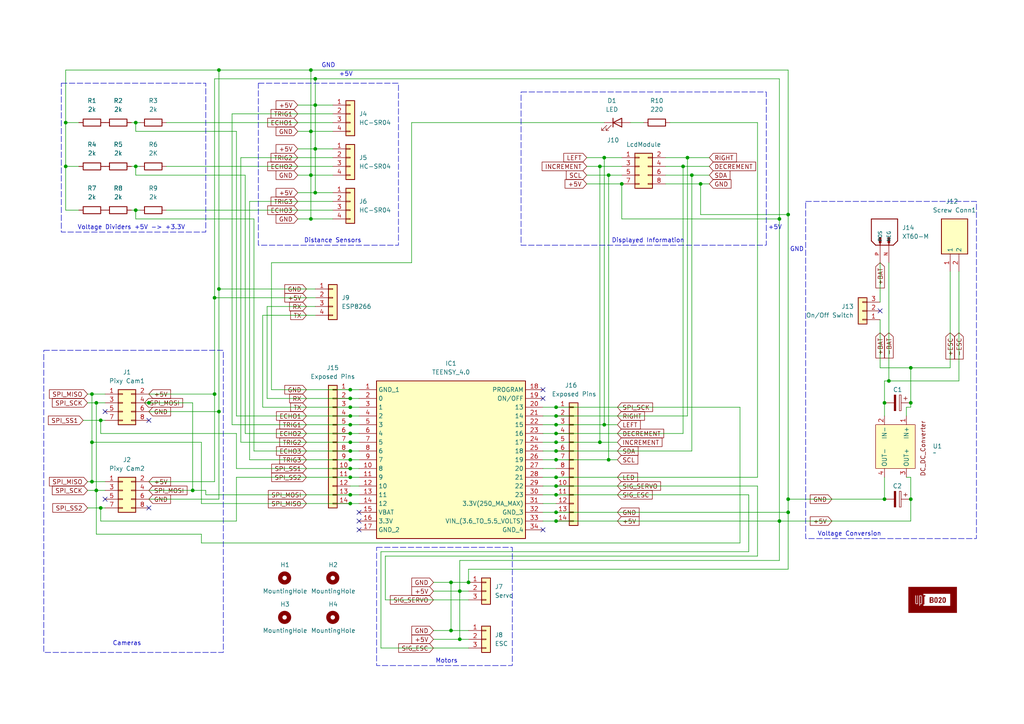
<source format=kicad_sch>
(kicad_sch (version 20231120) (generator "eeschema") (generator_version "8.0")
  (paper "A4")
  (title_block (title "NXP_CUP") (date "2024-04-22") (rev "v1") (company "UPT B020"))
  (lib_symbols
    (symbol "Connector_Generic:Conn_01x03" (pin_names (offset 1.016) hide)
      (property "Reference" "J" (at 0 5.08 0))
      (property "Value" "Conn_01x03" (at 0 -5.08 0))
      (symbol "Conn_01x03_1_1"
        (pin passive line (at -5.08 2.54 0) (length 3.81) (name "Pin_1") (number "1"))
        (pin passive line (at -5.08 0 0) (length 3.81) (name "Pin_2") (number "2"))
        (pin passive line (at -5.08 -2.54 0) (length 3.81) (name "Pin_3") (number "3"))
      )
    )
    (symbol "Connector_Generic:Conn_01x04" (pin_names (offset 1.016) hide)
      (property "Reference" "J" (at 0 5.08 0))
      (property "Value" "Conn_01x04" (at 0 -7.62 0))
      (symbol "Conn_01x04_1_1"
        (pin passive line (at -5.08 2.54 0) (length 3.81) (name "Pin_1") (number "1"))
        (pin passive line (at -5.08 0 0) (length 3.81) (name "Pin_2") (number "2"))
        (pin passive line (at -5.08 -2.54 0) (length 3.81) (name "Pin_3") (number "3"))
        (pin passive line (at -5.08 -5.08 0) (length 3.81) (name "Pin_4") (number "4"))
      )
    )
    (symbol "Connector_Generic:Conn_01x14" (pin_names (offset 1.016) hide)
      (property "Reference" "J" (at 0 17.78 0))
      (property "Value" "Conn_01x14" (at 0 -20.32 0))
      (symbol "Conn_01x14_1_1"
        (pin passive line (at -5.08 15.24 0) (length 3.81) (name "Pin_1") (number "1"))
        (pin passive line (at -5.08 -7.62 0) (length 3.81) (name "Pin_10") (number "10"))
        (pin passive line (at -5.08 -10.16 0) (length 3.81) (name "Pin_11") (number "11"))
        (pin passive line (at -5.08 -12.7 0) (length 3.81) (name "Pin_12") (number "12"))
        (pin passive line (at -5.08 -15.24 0) (length 3.81) (name "Pin_13") (number "13"))
        (pin passive line (at -5.08 -17.78 0) (length 3.81) (name "Pin_14") (number "14"))
        (pin passive line (at -5.08 12.7 0) (length 3.81) (name "Pin_2") (number "2"))
        (pin passive line (at -5.08 10.16 0) (length 3.81) (name "Pin_3") (number "3"))
        (pin passive line (at -5.08 7.62 0) (length 3.81) (name "Pin_4") (number "4"))
        (pin passive line (at -5.08 5.08 0) (length 3.81) (name "Pin_5") (number "5"))
        (pin passive line (at -5.08 2.54 0) (length 3.81) (name "Pin_6") (number "6"))
        (pin passive line (at -5.08 0 0) (length 3.81) (name "Pin_7") (number "7"))
        (pin passive line (at -5.08 -2.54 0) (length 3.81) (name "Pin_8") (number "8"))
        (pin passive line (at -5.08 -5.08 0) (length 3.81) (name "Pin_9") (number "9"))
      )
    )
    (symbol "Connector_Generic:Conn_02x04_Odd_Even" (pin_names (offset 1.016) hide)
      (property "Reference" "J" (at 1.27 5.08 0))
      (property "Value" "Conn_02x04_Odd_Even" (at 1.27 -7.62 0))
      (symbol "Conn_02x04_Odd_Even_1_1"
        (pin passive line (at -5.08 2.54 0) (length 3.81) (name "Pin_1") (number "1"))
        (pin passive line (at 7.62 2.54 180) (length 3.81) (name "Pin_2") (number "2"))
        (pin passive line (at -5.08 0 0) (length 3.81) (name "Pin_3") (number "3"))
        (pin passive line (at 7.62 0 180) (length 3.81) (name "Pin_4") (number "4"))
        (pin passive line (at -5.08 -2.54 0) (length 3.81) (name "Pin_5") (number "5"))
        (pin passive line (at 7.62 -2.54 180) (length 3.81) (name "Pin_6") (number "6"))
        (pin passive line (at -5.08 -5.08 0) (length 3.81) (name "Pin_7") (number "7"))
        (pin passive line (at 7.62 -5.08 180) (length 3.81) (name "Pin_8") (number "8"))
      )
    )
    (symbol "DC_DC_LX6009:StepUp/StepDown_LX6009"
      (property "Reference" "U" (at 0 10.414 0))
      (symbol "StepUp/StepDown_LX6009_1_1"
        (text "DC_DC_Converter\n" (at 0.508 7.366 0) (effects (font (size 1.27 1.27))))
        (pin input line (at -8.89 2.54 0) (length 2.54) (name "IN+") (number "1"))
        (pin input line (at -8.89 -3.81 0) (length 2.54) (name "IN-") (number "2"))
        (pin output line (at 8.89 2.54 180) (length 2.54) (name "OUT+") (number "3"))
        (pin output line (at 8.89 -3.81 180) (length 2.54) (name "OUT-") (number "4"))
      )
    )
    (symbol "Device:C_Polarized" (pin_numbers hide) (pin_names (offset 0.254))
      (property "Reference" "C" (at 0.635 2.54 0))
      (property "Value" "C_Polarized" (at 0.635 -2.54 0))
      (symbol "C_Polarized_1_1"
        (pin passive line (at 0 3.81 270) (length 2.794) (name "~") (number "1"))
        (pin passive line (at 0 -3.81 90) (length 2.794) (name "~") (number "2"))
      )
    )
    (symbol "Device:LED" (pin_numbers hide) (pin_names (offset 1.016) hide)
      (property "Reference" "D" (at 0 2.54 0))
      (property "Value" "LED" (at 0 -2.54 0))
      (symbol "LED_1_1"
        (pin passive line (at -3.81 0 0) (length 2.54) (name "K") (number "1"))
        (pin passive line (at 3.81 0 180) (length 2.54) (name "A") (number "2"))
      )
    )
    (symbol "Device:R" (pin_numbers hide) (pin_names (offset 0))
      (property "Reference" "R" (at 2.032 0 90))
      (property "Value" "R" (at 0 0 90))
      (symbol "R_1_1"
        (pin passive line (at 0 3.81 270) (length 1.27) (name "~") (number "1"))
        (pin passive line (at 0 -3.81 90) (length 1.27) (name "~") (number "2"))
      )
    )
    (symbol "KF301-2P:KF301-2P"
      (property "Reference" "J" (at 16.51 7.62 0))
      (property "Value" "KF301-2P" (at 16.51 5.08 0))
      (symbol "KF301-2P_1_1"
        (pin passive line (at 0 0 0) (length 5.08) (name "1") (number "1"))
        (pin passive line (at 0 -2.54 0) (length 5.08) (name "2") (number "2"))
      )
    )
    (symbol "Mechanical:MountingHole" (pin_names (offset 1.016)) (exclude_from_sim yes) (in_bom no)
      (property "Reference" "H" (at 0 5.08 0))
      (property "Value" "MountingHole" (at 0 3.175 0))
    )
    (symbol "TEENSY_4_0:TEENSY_4.0"
      (property "Reference" "IC" (at 49.53 7.62 0))
      (property "Value" "TEENSY_4.0" (at 49.53 5.08 0))
      (symbol "TEENSY_4.0_1_1"
        (pin passive line (at 0 0 0) (length 5.08) (name "GND_1") (number "1"))
        (pin passive line (at 0 -22.86 0) (length 5.08) (name "8") (number "10"))
        (pin passive line (at 0 -25.4 0) (length 5.08) (name "9") (number "11"))
        (pin passive line (at 0 -27.94 0) (length 5.08) (name "10") (number "12"))
        (pin passive line (at 0 -30.48 0) (length 5.08) (name "11") (number "13"))
        (pin passive line (at 0 -33.02 0) (length 5.08) (name "12") (number "14"))
        (pin passive line (at 0 -35.56 0) (length 5.08) (name "VBAT") (number "15"))
        (pin passive line (at 0 -38.1 0) (length 5.08) (name "3.3V") (number "16"))
        (pin passive line (at 0 -40.64 0) (length 5.08) (name "GND_2") (number "17"))
        (pin passive line (at 53.34 0 180) (length 5.08) (name "PROGRAM") (number "18"))
        (pin passive line (at 53.34 -2.54 180) (length 5.08) (name "ON/OFF") (number "19"))
        (pin passive line (at 0 -2.54 0) (length 5.08) (name "0") (number "2"))
        (pin passive line (at 53.34 -5.08 180) (length 5.08) (name "13") (number "20"))
        (pin passive line (at 53.34 -7.62 180) (length 5.08) (name "14") (number "21"))
        (pin passive line (at 53.34 -10.16 180) (length 5.08) (name "15") (number "22"))
        (pin passive line (at 53.34 -12.7 180) (length 5.08) (name "16") (number "23"))
        (pin passive line (at 53.34 -15.24 180) (length 5.08) (name "17") (number "24"))
        (pin passive line (at 53.34 -17.78 180) (length 5.08) (name "18") (number "25"))
        (pin passive line (at 53.34 -20.32 180) (length 5.08) (name "19") (number "26"))
        (pin passive line (at 53.34 -22.86 180) (length 5.08) (name "20") (number "27"))
        (pin passive line (at 53.34 -25.4 180) (length 5.08) (name "21") (number "28"))
        (pin passive line (at 53.34 -27.94 180) (length 5.08) (name "22") (number "29"))
        (pin passive line (at 0 -5.08 0) (length 5.08) (name "1") (number "3"))
        (pin passive line (at 53.34 -30.48 180) (length 5.08) (name "23") (number "30"))
        (pin passive line (at 53.34 -33.02 180) (length 5.08) (name "3.3V(250_MA_MAX)") (number "31"))
        (pin passive line (at 53.34 -35.56 180) (length 5.08) (name "GND_3") (number "32"))
        (pin passive line (at 53.34 -38.1 180) (length 5.08) (name "VIN_(3.6_TO_5.5_VOLTS)") (number "33"))
        (pin passive line (at 53.34 -40.64 180) (length 5.08) (name "GND_4") (number "34"))
        (pin passive line (at 0 -7.62 0) (length 5.08) (name "2") (number "4"))
        (pin passive line (at 0 -10.16 0) (length 5.08) (name "3") (number "5"))
        (pin passive line (at 0 -12.7 0) (length 5.08) (name "4") (number "6"))
        (pin passive line (at 0 -15.24 0) (length 5.08) (name "5") (number "7"))
        (pin passive line (at 0 -17.78 0) (length 5.08) (name "6") (number "8"))
        (pin passive line (at 0 -20.32 0) (length 5.08) (name "7") (number "9"))
      )
    )
    (symbol "UPT_Logo:LOGO" (pin_names (offset 1.016)))
    (symbol "XT60-M:XT60-M" (pin_names (offset 1.016))
      (property "Reference" "J" (at 0 6.35 0))
      (property "Value" "XT60-M" (at 0 -5.08 0))
      (symbol "XT60-M_0_0"
        (pin passive line (at -5.08 0 0) (length 5.08) (name "NEG") (number "N"))
        (pin passive line (at -5.08 2.54 0) (length 5.08) (name "POS") (number "P"))
      )
    )
  )
  (junction (at 55.88 142.24))
  (junction (at 62.23 86.36))
  (junction (at 173.99 128.27))
  (junction (at 175.26 45.72))
  (junction (at 130.81 168.91))
  (junction (at 264.16 116.84))
  (junction (at 39.37 35.56))
  (junction (at 101.6 146.05))
  (junction (at 161.29 118.11))
  (junction (at 63.5 83.82))
  (junction (at 161.29 151.13))
  (junction (at 200.66 50.8))
  (junction (at 161.29 148.59))
  (junction (at 91.44 22.86))
  (junction (at 176.53 133.35))
  (junction (at 161.29 120.65))
  (junction (at 161.29 123.19))
  (junction (at 101.6 123.19))
  (junction (at 62.23 114.3))
  (junction (at 101.6 120.65))
  (junction (at 161.29 128.27))
  (junction (at 130.81 182.88))
  (junction (at 228.6 144.78))
  (junction (at 176.53 50.8))
  (junction (at 101.6 138.43))
  (junction (at 161.29 133.35))
  (junction (at 173.99 48.26))
  (junction (at 101.6 113.03))
  (junction (at 161.29 140.97))
  (junction (at 27.94 142.24))
  (junction (at 101.6 128.27))
  (junction (at 101.6 143.51))
  (junction (at 39.37 48.26))
  (junction (at 264.16 106.68))
  (junction (at 26.67 139.7))
  (junction (at 29.21 147.32))
  (junction (at 133.35 171.45))
  (junction (at 228.6 62.23))
  (junction (at 161.29 125.73))
  (junction (at 161.29 138.43))
  (junction (at 19.05 48.26))
  (junction (at 175.26 123.19))
  (junction (at 26.67 128.27))
  (junction (at 91.44 55.88))
  (junction (at 226.06 151.13))
  (junction (at 257.81 110.49))
  (junction (at 26.67 114.3))
  (junction (at 198.12 48.26))
  (junction (at 101.6 118.11))
  (junction (at 39.37 60.96))
  (junction (at 43.18 116.84))
  (junction (at 29.21 121.92))
  (junction (at 91.44 43.18))
  (junction (at 161.29 143.51))
  (junction (at 90.17 38.1))
  (junction (at 228.6 148.59))
  (junction (at 135.89 168.91))
  (junction (at 90.17 50.8))
  (junction (at 180.34 53.34))
  (junction (at 101.6 115.57))
  (junction (at 101.6 133.35))
  (junction (at 63.5 20.32))
  (junction (at 90.17 63.5))
  (junction (at 133.35 185.42))
  (junction (at 91.44 30.48))
  (junction (at 203.2 53.34))
  (junction (at 256.54 116.84))
  (junction (at 101.6 135.89))
  (junction (at 101.6 125.73))
  (junction (at 226.06 63.5))
  (junction (at 63.5 119.38))
  (junction (at 19.05 35.56))
  (junction (at 27.94 116.84))
  (junction (at 161.29 130.81))
  (junction (at 256.54 144.78))
  (junction (at 101.6 130.81))
  (junction (at 264.16 144.78))
  (junction (at 199.39 45.72))
  (junction (at 90.17 20.32))
  (no_connect (at 157.48 113.03))
  (no_connect (at 157.48 153.67))
  (no_connect (at 157.48 115.57))
  (no_connect (at 104.14 151.13))
  (no_connect (at 43.18 147.32))
  (no_connect (at 104.14 148.59))
  (no_connect (at 104.14 153.67))
  (no_connect (at 255.27 90.17))
  (no_connect (at 43.18 121.92))
  (no_connect (at 30.48 144.78))
  (no_connect (at 30.48 119.38))
  (wire (pts (xy 104.14 140.97) (xy 101.6 140.97)))
  (wire (pts (xy 29.21 147.32) (xy 30.48 147.32)))
  (wire (pts (xy 256.54 110.49) (xy 256.54 116.84)))
  (wire (pts (xy 176.53 133.35) (xy 161.29 133.35)))
  (wire (pts (xy 39.37 63.5) (xy 73.66 63.5)))
  (wire (pts (xy 25.4 147.32) (xy 29.21 147.32)))
  (wire (pts (xy 76.2 118.11) (xy 101.6 118.11)))
  (wire (pts (xy 157.48 118.11) (xy 161.29 118.11)))
  (wire (pts (xy 55.88 116.84) (xy 55.88 142.24)))
  (wire (pts (xy 77.47 88.9) (xy 91.44 88.9)))
  (wire (pts (xy 200.66 50.8) (xy 200.66 130.81)))
  (wire (pts (xy 101.6 118.11) (xy 104.14 118.11)))
  (wire (pts (xy 68.58 120.65) (xy 68.58 38.1)))
  (wire (pts (xy 133.35 171.45) (xy 133.35 185.42)))
  (wire (pts (xy 63.5 119.38) (xy 43.18 119.38)))
  (wire (pts (xy 90.17 63.5) (xy 96.52 63.5)))
  (wire (pts (xy 90.17 38.1) (xy 90.17 50.8)))
  (wire (pts (xy 91.44 30.48) (xy 96.52 30.48)))
  (wire (pts (xy 86.36 63.5) (xy 90.17 63.5)))
  (wire (pts (xy 111.76 161.29) (xy 111.76 173.99)))
  (wire (pts (xy 90.17 20.32) (xy 90.17 38.1)))
  (wire (pts (xy 29.21 147.32) (xy 29.21 151.13)))
  (wire (pts (xy 101.6 115.57) (xy 77.47 115.57)))
  (wire (pts (xy 91.44 55.88) (xy 96.52 55.88)))
  (wire (pts (xy 41.91 116.84) (xy 43.18 116.84)))
  (wire (pts (xy 228.6 148.59) (xy 228.6 144.78)))
  (wire (pts (xy 157.48 123.19) (xy 161.29 123.19)))
  (wire (pts (xy 22.86 48.26) (xy 19.05 48.26)))
  (wire (pts (xy 59.69 143.51) (xy 101.6 143.51)))
  (wire (pts (xy 90.17 50.8) (xy 96.52 50.8)))
  (wire (pts (xy 63.5 20.32) (xy 90.17 20.32)))
  (wire (pts (xy 58.42 146.05) (xy 58.42 128.27)))
  (wire (pts (xy 43.18 144.78) (xy 63.5 144.78)))
  (wire (pts (xy 67.31 123.19) (xy 67.31 33.02)))
  (wire (pts (xy 125.73 182.88) (xy 130.81 182.88)))
  (wire (pts (xy 101.6 135.89) (xy 104.14 135.89)))
  (wire (pts (xy 26.67 128.27) (xy 26.67 114.3)))
  (wire (pts (xy 91.44 30.48) (xy 91.44 43.18)))
  (wire (pts (xy 76.2 91.44) (xy 76.2 118.11)))
  (wire (pts (xy 125.73 168.91) (xy 130.81 168.91)))
  (wire (pts (xy 257.81 110.49) (xy 278.13 110.49)))
  (wire (pts (xy 255.27 106.68) (xy 264.16 106.68)))
  (wire (pts (xy 39.37 38.1) (xy 68.58 38.1)))
  (wire (pts (xy 27.94 116.84) (xy 30.48 116.84)))
  (wire (pts (xy 161.29 140.97) (xy 219.71 140.97)))
  (wire (pts (xy 40.64 48.26) (xy 39.37 48.26)))
  (wire (pts (xy 219.71 138.43) (xy 219.71 35.56)))
  (wire (pts (xy 73.66 63.5) (xy 73.66 130.81)))
  (wire (pts (xy 133.35 162.56) (xy 226.06 162.56)))
  (wire (pts (xy 257.81 76.2) (xy 257.81 110.49)))
  (wire (pts (xy 217.17 160.02) (xy 217.17 143.51)))
  (wire (pts (xy 264.16 106.68) (xy 275.59 106.68)))
  (wire (pts (xy 30.48 142.24) (xy 27.94 142.24)))
  (wire (pts (xy 125.73 185.42) (xy 133.35 185.42)))
  (wire (pts (xy 161.29 148.59) (xy 228.6 148.59)))
  (wire (pts (xy 125.73 171.45) (xy 133.35 171.45)))
  (wire (pts (xy 48.26 48.26) (xy 96.52 48.26)))
  (wire (pts (xy 226.06 151.13) (xy 264.16 151.13)))
  (wire (pts (xy 90.17 38.1) (xy 96.52 38.1)))
  (wire (pts (xy 203.2 53.34) (xy 205.74 53.34)))
  (wire (pts (xy 27.94 142.24) (xy 27.94 154.94)))
  (wire (pts (xy 130.81 168.91) (xy 130.81 182.88)))
  (wire (pts (xy 29.21 151.13) (xy 68.58 151.13)))
  (wire (pts (xy 39.37 60.96) (xy 39.37 63.5)))
  (wire (pts (xy 198.12 48.26) (xy 198.12 125.73)))
  (wire (pts (xy 86.36 30.48) (xy 91.44 30.48)))
  (wire (pts (xy 119.38 35.56) (xy 119.38 76.2)))
  (wire (pts (xy 111.76 173.99) (xy 135.89 173.99)))
  (wire (pts (xy 27.94 116.84) (xy 27.94 142.24)))
  (wire (pts (xy 157.48 140.97) (xy 161.29 140.97)))
  (wire (pts (xy 68.58 138.43) (xy 68.58 151.13)))
  (wire (pts (xy 256.54 116.84) (xy 256.54 120.65)))
  (wire (pts (xy 170.18 48.26) (xy 173.99 48.26)))
  (wire (pts (xy 262.89 118.11) (xy 262.89 120.65)))
  (wire (pts (xy 198.12 48.26) (xy 205.74 48.26)))
  (wire (pts (xy 193.04 45.72) (xy 199.39 45.72)))
  (wire (pts (xy 29.21 125.73) (xy 29.21 121.92)))
  (wire (pts (xy 86.36 43.18) (xy 91.44 43.18)))
  (wire (pts (xy 161.29 128.27) (xy 157.48 128.27)))
  (wire (pts (xy 130.81 182.88) (xy 135.89 182.88)))
  (wire (pts (xy 275.59 106.68) (xy 275.59 78.74)))
  (wire (pts (xy 91.44 22.86) (xy 91.44 30.48)))
  (wire (pts (xy 26.67 139.7) (xy 25.4 139.7)))
  (wire (pts (xy 264.16 106.68) (xy 264.16 116.84)))
  (wire (pts (xy 199.39 45.72) (xy 205.74 45.72)))
  (wire (pts (xy 101.6 120.65) (xy 104.14 120.65)))
  (wire (pts (xy 19.05 35.56) (xy 19.05 20.32)))
  (wire (pts (xy 173.99 48.26) (xy 173.99 128.27)))
  (wire (pts (xy 175.26 45.72) (xy 180.34 45.72)))
  (wire (pts (xy 170.18 50.8) (xy 176.53 50.8)))
  (wire (pts (xy 58.42 154.94) (xy 27.94 154.94)))
  (wire (pts (xy 161.29 143.51) (xy 217.17 143.51)))
  (wire (pts (xy 58.42 146.05) (xy 101.6 146.05)))
  (wire (pts (xy 25.4 116.84) (xy 27.94 116.84)))
  (wire (pts (xy 176.53 50.8) (xy 180.34 50.8)))
  (wire (pts (xy 110.49 160.02) (xy 110.49 187.96)))
  (wire (pts (xy 157.48 120.65) (xy 161.29 120.65)))
  (wire (pts (xy 67.31 33.02) (xy 96.52 33.02)))
  (wire (pts (xy 19.05 60.96) (xy 19.05 48.26)))
  (wire (pts (xy 226.06 63.5) (xy 226.06 151.13)))
  (wire (pts (xy 68.58 138.43) (xy 101.6 138.43)))
  (wire (pts (xy 175.26 45.72) (xy 175.26 123.19)))
  (wire (pts (xy 22.86 60.96) (xy 19.05 60.96)))
  (wire (pts (xy 43.18 142.24) (xy 55.88 142.24)))
  (wire (pts (xy 179.07 133.35) (xy 176.53 133.35)))
  (wire (pts (xy 48.26 35.56) (xy 96.52 35.56)))
  (wire (pts (xy 86.36 50.8) (xy 90.17 50.8)))
  (wire (pts (xy 133.35 162.56) (xy 133.35 171.45)))
  (wire (pts (xy 101.6 125.73) (xy 104.14 125.73)))
  (wire (pts (xy 62.23 139.7) (xy 43.18 139.7)))
  (wire (pts (xy 228.6 20.32) (xy 228.6 62.23)))
  (wire (pts (xy 203.2 62.23) (xy 228.6 62.23)))
  (wire (pts (xy 39.37 35.56) (xy 39.37 38.1)))
  (wire (pts (xy 38.1 35.56) (xy 39.37 35.56)))
  (wire (pts (xy 278.13 78.74) (xy 278.13 110.49)))
  (wire (pts (xy 72.39 58.42) (xy 96.52 58.42)))
  (wire (pts (xy 133.35 185.42) (xy 135.89 185.42)))
  (wire (pts (xy 30.48 139.7) (xy 26.67 139.7)))
  (wire (pts (xy 217.17 160.02) (xy 110.49 160.02)))
  (wire (pts (xy 119.38 76.2) (xy 78.74 76.2)))
  (wire (pts (xy 161.29 120.65) (xy 199.39 120.65)))
  (wire (pts (xy 135.89 165.1) (xy 228.6 165.1)))
  (wire (pts (xy 71.12 50.8) (xy 71.12 125.73)))
  (wire (pts (xy 256.54 138.43) (xy 256.54 144.78)))
  (wire (pts (xy 67.31 123.19) (xy 101.6 123.19)))
  (wire (pts (xy 161.29 130.81) (xy 200.66 130.81)))
  (wire (pts (xy 256.54 110.49) (xy 257.81 110.49)))
  (wire (pts (xy 226.06 162.56) (xy 226.06 151.13)))
  (wire (pts (xy 91.44 22.86) (xy 62.23 22.86)))
  (wire (pts (xy 170.18 53.34) (xy 180.34 53.34)))
  (wire (pts (xy 110.49 187.96) (xy 135.89 187.96)))
  (wire (pts (xy 39.37 50.8) (xy 71.12 50.8)))
  (wire (pts (xy 101.6 130.81) (xy 104.14 130.81)))
  (wire (pts (xy 86.36 55.88) (xy 91.44 55.88)))
  (wire (pts (xy 63.5 83.82) (xy 63.5 119.38)))
  (wire (pts (xy 180.34 63.5) (xy 226.06 63.5)))
  (wire (pts (xy 26.67 114.3) (xy 30.48 114.3)))
  (wire (pts (xy 72.39 58.42) (xy 72.39 133.35)))
  (wire (pts (xy 86.36 38.1) (xy 90.17 38.1)))
  (wire (pts (xy 157.48 138.43) (xy 161.29 138.43)))
  (wire (pts (xy 68.58 120.65) (xy 101.6 120.65)))
  (wire (pts (xy 101.6 128.27) (xy 69.85 128.27)))
  (wire (pts (xy 68.58 135.89) (xy 101.6 135.89)))
  (wire (pts (xy 203.2 53.34) (xy 203.2 62.23)))
  (wire (pts (xy 24.13 121.92) (xy 29.21 121.92)))
  (wire (pts (xy 62.23 114.3) (xy 62.23 139.7)))
  (wire (pts (xy 161.29 125.73) (xy 198.12 125.73)))
  (wire (pts (xy 228.6 144.78) (xy 256.54 144.78)))
  (wire (pts (xy 104.14 128.27) (xy 101.6 128.27)))
  (wire (pts (xy 255.27 76.2) (xy 255.27 87.63)))
  (wire (pts (xy 59.69 142.24) (xy 55.88 142.24)))
  (wire (pts (xy 19.05 20.32) (xy 63.5 20.32)))
  (wire (pts (xy 226.06 22.86) (xy 226.06 63.5)))
  (wire (pts (xy 264.16 118.11) (xy 264.16 116.84)))
  (wire (pts (xy 101.6 133.35) (xy 72.39 133.35)))
  (wire (pts (xy 62.23 22.86) (xy 62.23 86.36)))
  (wire (pts (xy 101.6 146.05) (xy 104.14 146.05)))
  (wire (pts (xy 193.04 50.8) (xy 200.66 50.8)))
  (wire (pts (xy 27.94 142.24) (xy 25.4 142.24)))
  (wire (pts (xy 101.6 113.03) (xy 104.14 113.03)))
  (wire (pts (xy 176.53 50.8) (xy 176.53 133.35)))
  (wire (pts (xy 68.58 125.73) (xy 29.21 125.73)))
  (wire (pts (xy 69.85 45.72) (xy 69.85 128.27)))
  (wire (pts (xy 157.48 148.59) (xy 161.29 148.59)))
  (wire (pts (xy 19.05 35.56) (xy 19.05 48.26)))
  (wire (pts (xy 91.44 43.18) (xy 96.52 43.18)))
  (wire (pts (xy 219.71 140.97) (xy 219.71 161.29)))
  (wire (pts (xy 48.26 60.96) (xy 96.52 60.96)))
  (wire (pts (xy 63.5 119.38) (xy 63.5 144.78)))
  (wire (pts (xy 161.29 123.19) (xy 175.26 123.19)))
  (wire (pts (xy 43.18 114.3) (xy 62.23 114.3)))
  (wire (pts (xy 91.44 43.18) (xy 91.44 55.88)))
  (wire (pts (xy 101.6 123.19) (xy 104.14 123.19)))
  (wire (pts (xy 130.81 168.91) (xy 135.89 168.91)))
  (wire (pts (xy 157.48 130.81) (xy 161.29 130.81)))
  (wire (pts (xy 264.16 138.43) (xy 262.89 138.43)))
  (wire (pts (xy 199.39 45.72) (xy 199.39 120.65)))
  (wire (pts (xy 170.18 45.72) (xy 175.26 45.72)))
  (wire (pts (xy 101.6 138.43) (xy 104.14 138.43)))
  (wire (pts (xy 173.99 48.26) (xy 180.34 48.26)))
  (wire (pts (xy 58.42 157.48) (xy 58.42 154.94)))
  (wire (pts (xy 91.44 22.86) (xy 226.06 22.86)))
  (wire (pts (xy 264.16 138.43) (xy 264.16 144.78)))
  (wire (pts (xy 68.58 135.89) (xy 68.58 125.73)))
  (wire (pts (xy 219.71 35.56) (xy 194.31 35.56)))
  (wire (pts (xy 179.07 128.27) (xy 173.99 128.27)))
  (wire (pts (xy 63.5 20.32) (xy 63.5 83.82)))
  (wire (pts (xy 161.29 151.13) (xy 226.06 151.13)))
  (wire (pts (xy 39.37 48.26) (xy 39.37 50.8)))
  (wire (pts (xy 101.6 133.35) (xy 104.14 133.35)))
  (wire (pts (xy 228.6 62.23) (xy 228.6 144.78)))
  (wire (pts (xy 69.85 45.72) (xy 96.52 45.72)))
  (wire (pts (xy 26.67 128.27) (xy 26.67 139.7)))
  (wire (pts (xy 39.37 48.26) (xy 38.1 48.26)))
  (wire (pts (xy 161.29 118.11) (xy 214.63 118.11)))
  (wire (pts (xy 161.29 133.35) (xy 157.48 133.35)))
  (wire (pts (xy 255.27 92.71) (xy 255.27 106.68)))
  (wire (pts (xy 30.48 121.92) (xy 29.21 121.92)))
  (wire (pts (xy 264.16 118.11) (xy 262.89 118.11)))
  (wire (pts (xy 71.12 125.73) (xy 101.6 125.73)))
  (wire (pts (xy 78.74 76.2) (xy 78.74 113.03)))
  (wire (pts (xy 214.63 157.48) (xy 58.42 157.48)))
  (wire (pts (xy 104.14 143.51) (xy 101.6 143.51)))
  (wire (pts (xy 157.48 151.13) (xy 161.29 151.13)))
  (wire (pts (xy 25.4 114.3) (xy 26.67 114.3)))
  (wire (pts (xy 22.86 35.56) (xy 19.05 35.56)))
  (wire (pts (xy 133.35 171.45) (xy 135.89 171.45)))
  (wire (pts (xy 157.48 146.05) (xy 161.29 146.05)))
  (wire (pts (xy 78.74 113.03) (xy 101.6 113.03)))
  (wire (pts (xy 58.42 128.27) (xy 26.67 128.27)))
  (wire (pts (xy 43.18 116.84) (xy 55.88 116.84)))
  (wire (pts (xy 39.37 60.96) (xy 40.64 60.96)))
  (wire (pts (xy 200.66 50.8) (xy 205.74 50.8)))
  (wire (pts (xy 157.48 125.73) (xy 161.29 125.73)))
  (wire (pts (xy 62.23 86.36) (xy 91.44 86.36)))
  (wire (pts (xy 38.1 60.96) (xy 39.37 60.96)))
  (wire (pts (xy 228.6 165.1) (xy 228.6 148.59)))
  (wire (pts (xy 39.37 35.56) (xy 40.64 35.56)))
  (wire (pts (xy 157.48 143.51) (xy 161.29 143.51)))
  (wire (pts (xy 179.07 123.19) (xy 175.26 123.19)))
  (wire (pts (xy 63.5 83.82) (xy 91.44 83.82)))
  (wire (pts (xy 193.04 53.34) (xy 203.2 53.34)))
  (wire (pts (xy 214.63 118.11) (xy 214.63 157.48)))
  (wire (pts (xy 90.17 20.32) (xy 228.6 20.32)))
  (wire (pts (xy 161.29 128.27) (xy 173.99 128.27)))
  (wire (pts (xy 180.34 53.34) (xy 180.34 63.5)))
  (wire (pts (xy 59.69 143.51) (xy 59.69 142.24)))
  (wire (pts (xy 264.16 144.78) (xy 264.16 151.13)))
  (wire (pts (xy 135.89 165.1) (xy 135.89 168.91)))
  (wire (pts (xy 90.17 50.8) (xy 90.17 63.5)))
  (wire (pts (xy 73.66 130.81) (xy 101.6 130.81)))
  (wire (pts (xy 161.29 138.43) (xy 219.71 138.43)))
  (wire (pts (xy 193.04 48.26) (xy 198.12 48.26)))
  (wire (pts (xy 62.23 86.36) (xy 62.23 114.3)))
  (wire (pts (xy 182.88 35.56) (xy 186.69 35.56)))
  (wire (pts (xy 77.47 115.57) (xy 77.47 88.9)))
  (wire (pts (xy 111.76 161.29) (xy 219.71 161.29)))
  (wire (pts (xy 175.26 35.56) (xy 119.38 35.56)))
  (wire (pts (xy 104.14 115.57) (xy 101.6 115.57)))
  (wire (pts (xy 157.48 135.89) (xy 161.29 135.89)))
  (wire (pts (xy 76.2 91.44) (xy 91.44 91.44)))
  (rectangle (start 12.7 101.6) (end 64.77 189.23) (stroke (width 0) (type dash)))
  (rectangle (start 233.68 58.42) (end 283.21 156.21) (stroke (width 0) (type dash)))
  (rectangle (start 17.78 24.13) (end 59.69 67.31) (stroke (width 0) (type dash)))
  (rectangle (start 59.69 55.88) (end 59.69 55.88))
  (rectangle (start 109.22 158.75) (end 148.59 193.04) (stroke (width 0) (type dash)))
  (rectangle (start 151.13 26.67) (end 222.25 71.12) (stroke (width 0) (type dash)))
  (rectangle (start 74.93 24.13) (end 115.57 71.12) (stroke (width 0) (type dash)))
  (text "+5V\n" (at 100.33 21.59 0) (effects (font (size 1.27 1.27))))
  (text "GND\n" (at 231.14 72.39 0) (effects (font (size 1.27 1.27))))
  (text "Voltage Conversion" (at 246.38 154.94 0) (effects (font (size 1.27 1.27))))
  (text "Voltage Dividers +5V -> +3.3V" (at 38.1 66.04 0) (effects (font (size 1.27 1.27))))
  (text "GND" (at 95.25 19.05 0) (effects (font (size 1.27 1.27))))
  (text "+5V" (at 224.79 66.04 0) (effects (font (size 1.27 1.27))))
  (text "Motors\n" (at 129.54 191.77 0) (effects (font (size 1.27 1.27))))
  (text "Distance Sensors" (at 96.52 69.85 0) (effects (font (size 1.27 1.27))))
  (text "Displayed Information" (at 187.96 69.85 0) (effects (font (size 1.27 1.27))))
  (text "Cameras" (at 36.83 186.69 0) (effects (font (size 1.27 1.27))))
  (global_label "GND" (shape input) (at 88.9 113.03 180) (property "Intersheetrefs" "${INTERSHEET_REFS}" (effects (hide yes))))
  (global_label "LED" (shape input) (at 179.07 138.43 0) (property "Intersheetrefs" "${INTERSHEET_REFS}" (effects (hide yes))))
  (global_label "SPI_SCK" (shape input) (at 25.4 142.24 180) (property "Intersheetrefs" "${INTERSHEET_REFS}" (effects (hide yes))))
  (global_label "INCREMENT" (shape input) (at 170.18 48.26 180) (property "Intersheetrefs" "${INTERSHEET_REFS}" (effects (hide yes))))
  (global_label "ECHO2" (shape input) (at 88.9 125.73 180) (property "Intersheetrefs" "${INTERSHEET_REFS}" (effects (hide yes))))
  (global_label "+5V" (shape input) (at 88.9 86.36 180) (property "Intersheetrefs" "${INTERSHEET_REFS}" (effects (hide yes))))
  (global_label "+BAT" (shape input) (at 255.27 96.52 270) (property "Intersheetrefs" "${INTERSHEET_REFS}" (effects (hide yes))))
  (global_label "TRIG2" (shape input) (at 86.36 45.72 180) (property "Intersheetrefs" "${INTERSHEET_REFS}" (effects (hide yes))))
  (global_label "ECHO3" (shape input) (at 88.9 130.81 180) (property "Intersheetrefs" "${INTERSHEET_REFS}" (effects (hide yes))))
  (global_label "INCREMENT" (shape input) (at 179.07 128.27 0) (property "Intersheetrefs" "${INTERSHEET_REFS}" (effects (hide yes))))
  (global_label "TRIG1" (shape input) (at 88.9 123.19 180) (property "Intersheetrefs" "${INTERSHEET_REFS}" (effects (hide yes))))
  (global_label "SPI_MISO" (shape input) (at 25.4 139.7 180) (property "Intersheetrefs" "${INTERSHEET_REFS}" (effects (hide yes))))
  (global_label "SDA" (shape input) (at 205.74 50.8 0) (property "Intersheetrefs" "${INTERSHEET_REFS}" (effects (hide yes))))
  (global_label "SPI_MOSI" (shape input) (at 88.9 143.51 180) (property "Intersheetrefs" "${INTERSHEET_REFS}" (effects (hide yes))))
  (global_label "+5V" (shape input) (at 86.36 30.48 180) (property "Intersheetrefs" "${INTERSHEET_REFS}" (effects (hide yes))))
  (global_label "TX" (shape input) (at 88.9 91.44 180) (property "Intersheetrefs" "${INTERSHEET_REFS}" (effects (hide yes))))
  (global_label "-ESC" (shape input) (at 278.13 96.52 270) (property "Intersheetrefs" "${INTERSHEET_REFS}" (effects (hide yes))))
  (global_label "LEFT" (shape input) (at 170.18 45.72 180) (property "Intersheetrefs" "${INTERSHEET_REFS}" (effects (hide yes))))
  (global_label "ECHO1" (shape input) (at 86.36 35.56 180) (property "Intersheetrefs" "${INTERSHEET_REFS}" (effects (hide yes))))
  (global_label "+ESC" (shape input) (at 275.59 96.52 270) (property "Intersheetrefs" "${INTERSHEET_REFS}" (effects (hide yes))))
  (global_label "GND" (shape input) (at 241.3 144.78 180) (property "Intersheetrefs" "${INTERSHEET_REFS}" (effects (hide yes))))
  (global_label "SIG_ESC" (shape input) (at 179.07 143.51 0) (property "Intersheetrefs" "${INTERSHEET_REFS}" (effects (hide yes))))
  (global_label "+5V" (shape input) (at 125.73 171.45 180) (property "Intersheetrefs" "${INTERSHEET_REFS}" (effects (hide yes))))
  (global_label "SPI_SS2" (shape input) (at 25.4 147.32 180) (property "Intersheetrefs" "${INTERSHEET_REFS}" (effects (hide yes))))
  (global_label "ECHO1" (shape input) (at 88.9 120.65 180) (property "Intersheetrefs" "${INTERSHEET_REFS}" (effects (hide yes))))
  (global_label "TRIG2" (shape input) (at 88.9 128.27 180) (property "Intersheetrefs" "${INTERSHEET_REFS}" (effects (hide yes))))
  (global_label "GND" (shape input) (at 179.07 148.59 0) (property "Intersheetrefs" "${INTERSHEET_REFS}" (effects (hide yes))))
  (global_label "RIGHT" (shape input) (at 179.07 120.65 0) (property "Intersheetrefs" "${INTERSHEET_REFS}" (effects (hide yes))))
  (global_label "SPI_MISO" (shape input) (at 88.9 146.05 180) (property "Intersheetrefs" "${INTERSHEET_REFS}" (effects (hide yes))))
  (global_label "+5V" (shape input) (at 179.07 151.13 0) (property "Intersheetrefs" "${INTERSHEET_REFS}" (effects (hide yes))))
  (global_label "SPI_SS2" (shape input) (at 88.9 138.43 180) (property "Intersheetrefs" "${INTERSHEET_REFS}" (effects (hide yes))))
  (global_label "GND" (shape input) (at 86.36 63.5 180) (property "Intersheetrefs" "${INTERSHEET_REFS}" (effects (hide yes))))
  (global_label "SPI_SCK" (shape input) (at 179.07 118.11 0) (property "Intersheetrefs" "${INTERSHEET_REFS}" (effects (hide yes))))
  (global_label "SCL" (shape input) (at 170.18 50.8 180) (property "Intersheetrefs" "${INTERSHEET_REFS}" (effects (hide yes))))
  (global_label "GND" (shape input) (at 43.18 119.38 0) (property "Intersheetrefs" "${INTERSHEET_REFS}" (effects (hide yes))))
  (global_label "+5V" (shape input) (at 170.18 53.34 180) (property "Intersheetrefs" "${INTERSHEET_REFS}" (effects (hide yes))))
  (global_label "TRIG1" (shape input) (at 86.36 33.02 180) (property "Intersheetrefs" "${INTERSHEET_REFS}" (effects (hide yes))))
  (global_label "SIG_ESC" (shape input) (at 125.73 187.96 180) (property "Intersheetrefs" "${INTERSHEET_REFS}" (effects (hide yes))))
  (global_label "GND" (shape input) (at 86.36 50.8 180) (property "Intersheetrefs" "${INTERSHEET_REFS}" (effects (hide yes))))
  (global_label "SPI_MOSI" (shape input) (at 43.18 142.24 0) (property "Intersheetrefs" "${INTERSHEET_REFS}" (effects (hide yes))))
  (global_label "-BAT" (shape input) (at 257.81 96.52 270) (property "Intersheetrefs" "${INTERSHEET_REFS}" (effects (hide yes))))
  (global_label "DECREMENT" (shape input) (at 179.07 125.73 0) (property "Intersheetrefs" "${INTERSHEET_REFS}" (effects (hide yes))))
  (global_label "TX" (shape input) (at 88.9 118.11 180) (property "Intersheetrefs" "${INTERSHEET_REFS}" (effects (hide yes))))
  (global_label "SPI_SCK" (shape input) (at 25.4 116.84 180) (property "Intersheetrefs" "${INTERSHEET_REFS}" (effects (hide yes))))
  (global_label "GND" (shape input) (at 125.73 168.91 180) (property "Intersheetrefs" "${INTERSHEET_REFS}" (effects (hide yes))))
  (global_label "+5V" (shape input) (at 86.36 43.18 180) (property "Intersheetrefs" "${INTERSHEET_REFS}" (effects (hide yes))))
  (global_label "+5V" (shape input) (at 43.18 114.3 0) (property "Intersheetrefs" "${INTERSHEET_REFS}" (effects (hide yes))))
  (global_label "SPI_MISO" (shape input) (at 25.4 114.3 180) (property "Intersheetrefs" "${INTERSHEET_REFS}" (effects (hide yes))))
  (global_label "+5V" (shape input) (at 86.36 55.88 180) (property "Intersheetrefs" "${INTERSHEET_REFS}" (effects (hide yes))))
  (global_label "TRIG3" (shape input) (at 86.36 58.42 180) (property "Intersheetrefs" "${INTERSHEET_REFS}" (effects (hide yes))))
  (global_label "ECHO3" (shape input) (at 86.36 60.96 180) (property "Intersheetrefs" "${INTERSHEET_REFS}" (effects (hide yes))))
  (global_label "SPI_SS1" (shape input) (at 24.13 121.92 180) (property "Intersheetrefs" "${INTERSHEET_REFS}" (effects (hide yes))))
  (global_label "SPI_SS1" (shape input) (at 88.9 135.89 180) (property "Intersheetrefs" "${INTERSHEET_REFS}" (effects (hide yes))))
  (global_label "RIGHT" (shape input) (at 205.74 45.72 0) (property "Intersheetrefs" "${INTERSHEET_REFS}" (effects (hide yes))))
  (global_label "LEFT" (shape input) (at 179.07 123.19 0) (property "Intersheetrefs" "${INTERSHEET_REFS}" (effects (hide yes))))
  (global_label "RX" (shape input) (at 88.9 88.9 180) (property "Intersheetrefs" "${INTERSHEET_REFS}" (effects (hide yes))))
  (global_label "RX" (shape input) (at 88.9 115.57 180) (property "Intersheetrefs" "${INTERSHEET_REFS}" (effects (hide yes))))
  (global_label "+BAT" (shape input) (at 255.27 76.2 270) (property "Intersheetrefs" "${INTERSHEET_REFS}" (effects (hide yes))))
  (global_label "SPI_MOSI" (shape input) (at 41.91 116.84 0) (property "Intersheetrefs" "${INTERSHEET_REFS}" (effects (hide yes))))
  (global_label "GND" (shape input) (at 88.9 83.82 180) (property "Intersheetrefs" "${INTERSHEET_REFS}" (effects (hide yes))))
  (global_label "ECHO2" (shape input) (at 86.36 48.26 180) (property "Intersheetrefs" "${INTERSHEET_REFS}" (effects (hide yes))))
  (global_label "GND" (shape input) (at 205.74 53.34 0) (property "Intersheetrefs" "${INTERSHEET_REFS}" (effects (hide yes))))
  (global_label "+5V" (shape input) (at 241.3 151.13 180) (property "Intersheetrefs" "${INTERSHEET_REFS}" (effects (hide yes))))
  (global_label "GND" (shape input) (at 86.36 38.1 180) (property "Intersheetrefs" "${INTERSHEET_REFS}" (effects (hide yes))))
  (global_label "GND" (shape input) (at 43.18 144.78 0) (property "Intersheetrefs" "${INTERSHEET_REFS}" (effects (hide yes))))
  (global_label "SDA" (shape input) (at 179.07 130.81 0) (property "Intersheetrefs" "${INTERSHEET_REFS}" (effects (hide yes))))
  (global_label "+5V" (shape input) (at 43.18 139.7 0) (property "Intersheetrefs" "${INTERSHEET_REFS}" (effects (hide yes))))
  (global_label "TRIG3" (shape input) (at 88.9 133.35 180) (property "Intersheetrefs" "${INTERSHEET_REFS}" (effects (hide yes))))
  (global_label "SIG_SERVO" (shape input) (at 179.07 140.97 0) (property "Intersheetrefs" "${INTERSHEET_REFS}" (effects (hide yes))))
  (global_label "DECREMENT" (shape input) (at 205.74 48.26 0) (property "Intersheetrefs" "${INTERSHEET_REFS}" (effects (hide yes))))
  (global_label "SCL" (shape input) (at 179.07 133.35 0) (property "Intersheetrefs" "${INTERSHEET_REFS}" (effects (hide yes))))
  (global_label "GND" (shape input) (at 125.73 182.88 180) (property "Intersheetrefs" "${INTERSHEET_REFS}" (effects (hide yes))))
  (global_label "SIG_SERVO" (shape input) (at 125.73 173.99 180) (property "Intersheetrefs" "${INTERSHEET_REFS}" (effects (hide yes))))
  (global_label "+5V" (shape input) (at 125.73 185.42 180) (property "Intersheetrefs" "${INTERSHEET_REFS}" (effects (hide yes))))
  (symbol (lib_id "Connector_Generic:Conn_01x04") (at 96.52 86.36 0) (unit 1)
    (property "Reference" "J9" (at 99.06 86.3599 0) (effects (justify left)))
    (property "Value" "ESP8266" (at 99.06 88.8999 0) (effects (justify left)))
    (property "Footprint" "Connector_PinSocket_2.54mm:PinSocket_1x04_P2.54mm_Vertical" (effects (hide yes)))
    (property "Description" "Generic connector, single row, 01x04, script generated (kicad-library-utils/schlib/autogen/connector/)" (effects (hide yes)))
  )
  (symbol (lib_id "Device:LED") (at 179.07 35.56 0) (unit 1)
    (property "Reference" "D1" (at 177.4825 29.21 0))
    (property "Value" "LED" (at 177.4825 31.75 0))
    (property "Footprint" "Connector_JST:JST_XH_B2B-XH-A_1x02_P2.50mm_Vertical" (effects (hide yes)))
    (property "Description" "Light emitting diode" (effects (hide yes)))
  )
  (symbol (lib_id "Device:R") (at 34.29 48.26 270) (unit 1)
    (property "Reference" "R5" (at 34.29 41.91 90))
    (property "Value" "2k" (at 34.29 44.45 90))
    (property "Footprint" "Resistor_THT:R_Axial_DIN0411_L9.9mm_D3.6mm_P12.70mm_Horizontal" (effects (hide yes)))
    (property "Description" "Resistor" (effects (hide yes)))
  )
  (symbol (lib_id "Device:R") (at 190.5 35.56 270) (unit 1)
    (property "Reference" "R10" (at 190.5 29.21 90))
    (property "Value" "220" (at 190.5 31.75 90))
    (property "Footprint" "Resistor_THT:R_Axial_DIN0411_L9.9mm_D3.6mm_P12.70mm_Horizontal" (effects (hide yes)))
    (property "Description" "Resistor" (effects (hide yes)))
  )
  (symbol (lib_id "XT60-M:XT60-M") (at 257.81 71.12 90) (unit 1)
    (property "Reference" "J14" (at 261.62 66.0399 90) (effects (justify right)))
    (property "Value" "XT60-M" (at 261.62 68.5799 90) (effects (justify right)))
    (property "Footprint" "XT60-M:AMASS_XT60-M" (effects (hide yes)))
    (property "MF" "AMASS" (effects (hide yes)))
    (property "MAXIMUM_PACKAGE_HEIGHT" "16.00 mm" (effects (hide yes)))
    (property "Package" "Package" (effects (hide yes)))
    (property "Price" "None" (effects (hide yes)))
    (property "Check_prices" "https://www.snapeda.com/parts/XT60-M/AMASS/view-part/?ref=eda" (effects (hide yes)))
    (property "STANDARD" "IPC 7351B" (effects (hide yes)))
    (property "PARTREV" "V1.2" (effects (hide yes)))
    (property "SnapEDA_Link" "https://www.snapeda.com/parts/XT60-M/AMASS/view-part/?ref=snap" (effects (hide yes)))
    (property "MP" "XT60-M" (effects (hide yes)))
    (property "Description_1" "\nPlug; DC supply; XT60; male; PIN: 2; for cable; soldered; 30A; 500V\n" (effects (hide yes)))
    (property "Availability" "Not in stock" (effects (hide yes)))
    (property "MANUFACTURER" "AMASS" (effects (hide yes)))
  )
  (symbol (lib_id "Device:C_Polarized") (at 260.35 144.78 270) (unit 1)
    (property "Reference" "C2" (at 261.62 140.97 90) (effects (justify right)))
    (property "Footprint" "Capacitor_THT:CP_Radial_D10.0mm_P5.00mm" (effects (hide yes)))
    (property "Description" "Polarized capacitor" (effects (hide yes)))
  )
  (symbol (lib_id "Mechanical:MountingHole") (at 82.55 179.07 0) (unit 1) (exclude_from_sim yes) (in_bom no)
    (property "Reference" "H3" (at 81.28 175.26 0) (effects (justify left)))
    (property "Value" "MountingHole" (at 76.2 182.88 0) (effects (justify left)))
    (property "Footprint" "MountingHole:MountingHole_3.2mm_M3" (effects (hide yes)))
    (property "Description" "Mounting Hole without connection" (effects (hide yes)))
  )
  (symbol (lib_id "Connector_Generic:Conn_01x14") (at 96.52 128.27 0) (mirror y) (unit 1)
    (property "Reference" "J15" (at 96.52 106.68 0))
    (property "Value" "Exposed Pins" (at 96.52 109.22 0))
    (property "Footprint" "Connector_PinHeader_2.54mm:PinHeader_1x14_P2.54mm_Vertical" (effects (hide yes)))
    (property "Description" "Generic connector, single row, 01x14, script generated (kicad-library-utils/schlib/autogen/connector/)" (effects (hide yes)))
  )
  (symbol (lib_id "Connector_Generic:Conn_02x04_Odd_Even") (at 185.42 48.26 0) (unit 1)
    (property "Reference" "J10" (at 177.8 40.64 0))
    (property "Value" "LcdModule" (at 186.69 41.91 0))
    (property "Footprint" "Connector_IDC:IDC-Header_2x04_P2.54mm_Vertical" (effects (hide yes)))
    (property "Description" "Generic connector, double row, 02x04, odd/even pin numbering scheme (row 1 odd numbers, row 2 even numbers), script generated (kicad-library-utils/schlib/autogen/connector/)" (effects (hide yes)))
  )
  (symbol (lib_id "Connector_Generic:Conn_02x04_Odd_Even") (at 35.56 142.24 0) (unit 1)
    (property "Reference" "J2" (at 36.83 133.35 0))
    (property "Value" "Pixy Cam2" (at 36.83 135.89 0))
    (property "Footprint" "Connector_IDC:IDC-Header_2x04_P2.54mm_Vertical" (effects (hide yes)))
    (property "Description" "Generic connector, double row, 02x04, odd/even pin numbering scheme (row 1 odd numbers, row 2 even numbers), script generated (kicad-library-utils/schlib/autogen/connector/)" (effects (hide yes)))
  )
  (symbol (lib_id "Device:R") (at 26.67 48.26 270) (unit 1)
    (property "Reference" "R4" (at 26.67 41.91 90))
    (property "Value" "2k" (at 26.67 44.45 90))
    (property "Footprint" "Resistor_THT:R_Axial_DIN0411_L9.9mm_D3.6mm_P12.70mm_Horizontal" (effects (hide yes)))
    (property "Description" "Resistor" (effects (hide yes)))
  )
  (symbol (lib_id "UPT_Logo:LOGO") (at 270.51 173.99 0) (unit 1)
    (property "Reference" "#G1" (effects (hide yes)))
    (property "Value" "LOGO" (effects (hide yes)))
    (property "Footprint" "UPT_Logo:upt" (effects (hide yes)))
  )
  (symbol (lib_id "Device:R") (at 44.45 35.56 270) (unit 1)
    (property "Reference" "R3" (at 44.45 29.21 90))
    (property "Value" "2k" (at 44.45 31.75 90))
    (property "Footprint" "Resistor_THT:R_Axial_DIN0411_L9.9mm_D3.6mm_P12.70mm_Horizontal" (effects (hide yes)))
    (property "Description" "Resistor" (effects (hide yes)))
  )
  (symbol (lib_id "Device:R") (at 34.29 35.56 270) (unit 1)
    (property "Reference" "R2" (at 34.29 29.21 90))
    (property "Value" "2k" (at 34.29 31.75 90))
    (property "Footprint" "Resistor_THT:R_Axial_DIN0411_L9.9mm_D3.6mm_P12.70mm_Horizontal" (effects (hide yes)))
    (property "Description" "Resistor" (effects (hide yes)))
  )
  (symbol (lib_id "Mechanical:MountingHole") (at 96.52 167.64 0) (unit 1) (exclude_from_sim yes) (in_bom no)
    (property "Reference" "H2" (at 95.25 163.83 0) (effects (justify left)))
    (property "Value" "MountingHole" (at 90.17 171.45 0) (effects (justify left)))
    (property "Footprint" "MountingHole:MountingHole_3.2mm_M3" (effects (hide yes)))
    (property "Description" "Mounting Hole without connection" (effects (hide yes)))
  )
  (symbol (lib_id "Connector_Generic:Conn_02x04_Odd_Even") (at 35.56 116.84 0) (unit 1)
    (property "Reference" "J1" (at 36.83 107.95 0))
    (property "Value" "Pixy Cam1" (at 36.83 110.49 0))
    (property "Footprint" "Connector_IDC:IDC-Header_2x04_P2.54mm_Vertical" (effects (hide yes)))
    (property "Description" "Generic connector, double row, 02x04, odd/even pin numbering scheme (row 1 odd numbers, row 2 even numbers), script generated (kicad-library-utils/schlib/autogen/connector/)" (effects (hide yes)))
  )
  (symbol (lib_id "Device:R") (at 26.67 60.96 270) (unit 1)
    (property "Reference" "R7" (at 26.67 54.61 90))
    (property "Value" "2k" (at 26.67 57.15 90))
    (property "Footprint" "Resistor_THT:R_Axial_DIN0411_L9.9mm_D3.6mm_P12.70mm_Horizontal" (effects (hide yes)))
    (property "Description" "Resistor" (effects (hide yes)))
  )
  (symbol (lib_id "Connector_Generic:Conn_01x03") (at 250.19 90.17 180) (unit 1)
    (property "Reference" "J13" (at 247.65 88.9 0) (effects (justify left)))
    (property "Value" "On/Off Switch" (at 247.65 91.44 0) (effects (justify left)))
    (property "Footprint" "Connector_PinHeader_2.54mm:PinHeader_1x03_P2.54mm_Vertical" (effects (hide yes)))
    (property "Description" "Generic connector, single row, 01x03, script generated (kicad-library-utils/schlib/autogen/connector/)" (effects (hide yes)))
  )
  (symbol (lib_id "TEENSY_4_0:TEENSY_4.0") (at 104.14 113.03 0) (unit 1)
    (property "Reference" "IC1" (at 130.81 105.41 0))
    (property "Value" "TEENSY_4.0" (at 130.81 107.95 0))
    (property "Footprint" "LIB_TEENSY_4.0:TEENSY40_1" (effects (hide yes)))
    (property "Datasheet" "https://www.pjrc.com/store/teensy40.html" (effects (hide yes)))
    (property "Description" "Teensy USB Board, Version 4.0" (effects (hide yes)))
    (property "Height" "4.64" (effects (hide yes)))
    (property "Manufacturer_Name" "Teensy" (effects (hide yes)))
    (property "Manufacturer_Part_Number" "TEENSY 4.0" (effects (hide yes)))
  )
  (symbol (lib_id "Connector_Generic:Conn_01x04") (at 101.6 58.42 0) (unit 1)
    (property "Reference" "J6" (at 104.14 58.4199 0) (effects (justify left)))
    (property "Value" "HC-SR04" (at 104.14 60.9599 0) (effects (justify left)))
    (property "Footprint" "Connector_JST:JST_XH_B4B-XH-A_1x04_P2.50mm_Vertical" (effects (hide yes)))
    (property "Description" "Generic connector, single row, 01x04, script generated (kicad-library-utils/schlib/autogen/connector/)" (effects (hide yes)))
  )
  (symbol (lib_id "Device:R") (at 44.45 60.96 270) (unit 1)
    (property "Reference" "R9" (at 44.45 54.61 90))
    (property "Value" "2k" (at 44.45 57.15 90))
    (property "Footprint" "Resistor_THT:R_Axial_DIN0411_L9.9mm_D3.6mm_P12.70mm_Horizontal" (effects (hide yes)))
    (property "Description" "Resistor" (effects (hide yes)))
  )
  (symbol (lib_id "Device:R") (at 44.45 48.26 270) (unit 1)
    (property "Reference" "R6" (at 44.45 41.91 90))
    (property "Value" "2K" (at 44.45 44.45 90))
    (property "Footprint" "Resistor_THT:R_Axial_DIN0411_L9.9mm_D3.6mm_P12.70mm_Horizontal" (effects (hide yes)))
    (property "Description" "Resistor" (effects (hide yes)))
  )
  (symbol (lib_id "DC_DC_LX6009:StepUp/StepDown_LX6009") (at 260.35 129.54 270) (unit 1)
    (property "Reference" "U1" (at 270.51 129.4129 90) (effects (justify left)))
    (property "Value" "~" (at 270.51 131.318 90) (effects (justify left)))
    (property "Footprint" "DC_DC_StepUp_THT:XL6009" (effects (hide yes)))
    (property "Description" "StepDown/StepUp" (effects (hide yes)))
  )
  (symbol (lib_id "Mechanical:MountingHole") (at 82.55 167.64 0) (unit 1) (exclude_from_sim yes) (in_bom no)
    (property "Reference" "H1" (at 81.28 163.83 0) (effects (justify left)))
    (property "Value" "MountingHole" (at 76.2 171.45 0) (effects (justify left)))
    (property "Footprint" "MountingHole:MountingHole_3.2mm_M3" (effects (hide yes)))
    (property "Description" "Mounting Hole without connection" (effects (hide yes)))
  )
  (symbol (lib_id "Connector_Generic:Conn_01x14") (at 166.37 133.35 0) (unit 1)
    (property "Reference" "J16" (at 163.83 111.76 0) (effects (justify left)))
    (property "Value" "Exposed Pins" (at 160.02 114.3 0) (effects (justify left)))
    (property "Footprint" "Connector_PinHeader_2.54mm:PinHeader_1x14_P2.54mm_Vertical" (effects (hide yes)))
    (property "Description" "Generic connector, single row, 01x14, script generated (kicad-library-utils/schlib/autogen/connector/)" (effects (hide yes)))
  )
  (symbol (lib_id "Device:R") (at 34.29 60.96 270) (unit 1)
    (property "Reference" "R8" (at 34.29 54.61 90))
    (property "Value" "2k" (at 34.29 57.15 90))
    (property "Footprint" "Resistor_THT:R_Axial_DIN0411_L9.9mm_D3.6mm_P12.70mm_Horizontal" (effects (hide yes)))
    (property "Description" "Resistor" (effects (hide yes)))
  )
  (symbol (lib_id "Mechanical:MountingHole") (at 96.52 179.07 0) (unit 1) (exclude_from_sim yes) (in_bom no)
    (property "Reference" "H4" (at 95.25 175.26 0) (effects (justify left)))
    (property "Value" "MountingHole" (at 90.17 182.88 0) (effects (justify left)))
    (property "Footprint" "MountingHole:MountingHole_3.2mm_M3" (effects (hide yes)))
    (property "Description" "Mounting Hole without connection" (effects (hide yes)))
  )
  (symbol (lib_id "Connector_Generic:Conn_01x03") (at 140.97 171.45 0) (unit 1)
    (property "Reference" "J7" (at 143.51 170.1799 0) (effects (justify left)))
    (property "Value" "Servo" (at 143.51 172.7199 0) (effects (justify left)))
    (property "Footprint" "Connector_PinHeader_2.54mm:PinHeader_1x03_P2.54mm_Vertical" (effects (hide yes)))
    (property "Description" "Generic connector, single row, 01x03, script generated (kicad-library-utils/schlib/autogen/connector/)" (effects (hide yes)))
  )
  (symbol (lib_id "Connector_Generic:Conn_01x03") (at 140.97 185.42 0) (unit 1)
    (property "Reference" "J8" (at 143.51 184.1499 0) (effects (justify left)))
    (property "Value" "ESC" (at 143.51 186.6899 0) (effects (justify left)))
    (property "Footprint" "Connector_JST:JST_XH_B3B-XH-A_1x03_P2.50mm_Vertical" (effects (hide yes)))
    (property "Description" "Generic connector, single row, 01x03, script generated (kicad-library-utils/schlib/autogen/connector/)" (effects (hide yes)))
  )
  (symbol (lib_id "Connector_Generic:Conn_01x04") (at 101.6 45.72 0) (unit 1)
    (property "Reference" "J5" (at 104.14 45.7199 0) (effects (justify left)))
    (property "Value" "HC-SR04" (at 104.14 48.2599 0) (effects (justify left)))
    (property "Footprint" "Connector_JST:JST_XH_B4B-XH-A_1x04_P2.50mm_Vertical" (effects (hide yes)))
    (property "Description" "Generic connector, single row, 01x04, script generated (kicad-library-utils/schlib/autogen/connector/)" (effects (hide yes)))
  )
  (symbol (lib_id "KF301-2P:KF301-2P") (at 275.59 78.74 90) (unit 1)
    (property "Reference" "J12" (at 274.32 58.42 90) (effects (justify right)))
    (property "Value" "Screw Conn1" (at 270.51 60.96 90) (effects (justify right)))
    (property "Footprint" "LIB_KF301-2P:KF3012P" (effects (hide yes)))
    (property "Datasheet" "http://www.handsontec.com/dataspecs/terminal%20block-5mm.pdf" (effects (hide yes)))
    (property "Description" "Terminal Block 5mm Pitch 2 poles" (effects (hide yes)))
    (property "Height" "10" (effects (hide yes)))
    (property "Manufacturer_Name" "Handson Technology" (effects (hide yes)))
    (property "Manufacturer_Part_Number" "KF301-2P" (effects (hide yes)))
  )
  (symbol (lib_id "Device:R") (at 26.67 35.56 270) (unit 1)
    (property "Reference" "R1" (at 26.67 29.21 90))
    (property "Value" "2k" (at 26.67 31.75 90))
    (property "Footprint" "Resistor_THT:R_Axial_DIN0411_L9.9mm_D3.6mm_P12.70mm_Horizontal" (effects (hide yes)))
    (property "Description" "Resistor" (effects (hide yes)))
  )
  (symbol (lib_id "Device:C_Polarized") (at 260.35 116.84 270) (unit 1)
    (property "Reference" "C1" (at 260.35 113.03 90))
    (property "Footprint" "Capacitor_THT:CP_Radial_D10.0mm_P5.00mm" (effects (hide yes)))
    (property "Description" "Polarized capacitor" (effects (hide yes)))
  )
  (symbol (lib_id "Connector_Generic:Conn_01x04") (at 101.6 33.02 0) (unit 1)
    (property "Reference" "J4" (at 104.14 33.0199 0) (effects (justify left)))
    (property "Value" "HC-SR04" (at 104.14 35.5599 0) (effects (justify left)))
    (property "Footprint" "Connector_JST:JST_XH_B4B-XH-A_1x04_P2.50mm_Vertical" (effects (hide yes)))
    (property "Description" "Generic connector, single row, 01x04, script generated (kicad-library-utils/schlib/autogen/connector/)" (effects (hide yes)))
  )
)
</source>
